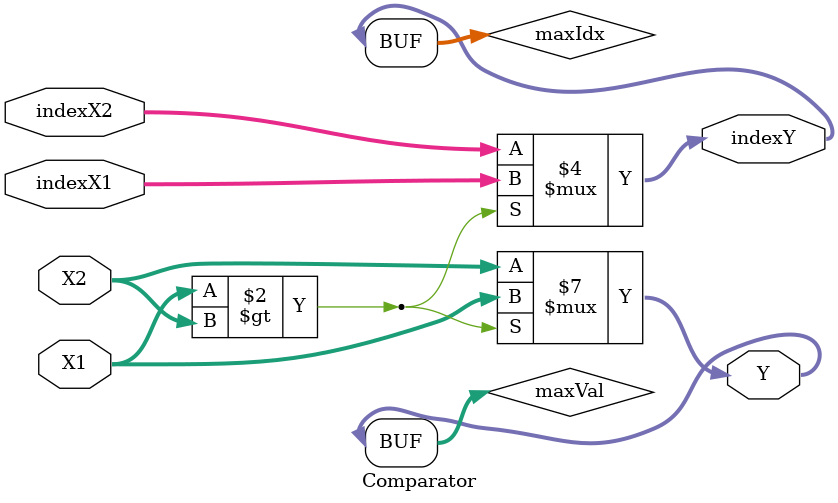
<source format=sv>
module Comparator#(
    parameter WORD_SIZE = 16,
    parameter IDX_SIZE = 4
    )
    (
    input signed [WORD_SIZE-1 : 0] X1,
    input [IDX_SIZE-1 : 0] indexX1,
    input signed [WORD_SIZE-1 : 0] X2,
    input [IDX_SIZE-1 : 0] indexX2,
    output signed [WORD_SIZE-1 : 0] Y,
    output [IDX_SIZE-1 : 0] indexY
    );

reg signed [WORD_SIZE-1 : 0] maxVal;
reg [IDX_SIZE-1 : 0] maxIdx;

always @* begin
    if (X1 > X2) begin
        maxVal = X1;
        maxIdx = indexX1;
    end
    else begin
        maxVal = X2;
        maxIdx = indexX2;
    end
end

assign Y = maxVal;
assign indexY = maxIdx;
endmodule
</source>
